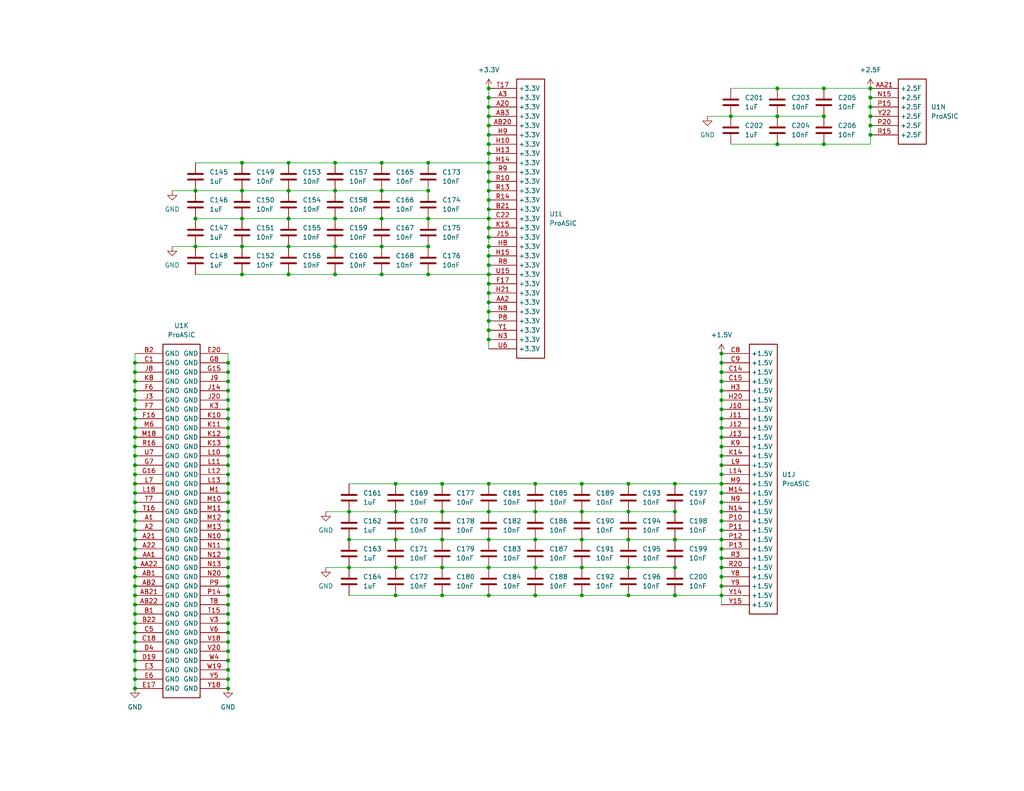
<source format=kicad_sch>
(kicad_sch (version 20231120) (generator "eeschema") (generator_version "8.0")
  (paper "USLetter")
  (title_block (title "QuERI MPU") (date "2024-05-26") (rev "Draft") (company "Noqsi Aerospace Ltd") (comment 1 "15 Blanchard Avenue, Billerica MA 01821") (comment 2 "jpd@noqsi.com"))
  (junction (at 62.23 177.8))
  (junction (at 36.83 187.96))
  (junction (at 171.45 139.7))
  (junction (at 62.23 104.14))
  (junction (at 62.23 147.32))
  (junction (at 62.23 149.86))
  (junction (at 62.23 175.26))
  (junction (at 62.23 167.64))
  (junction (at 62.23 152.4))
  (junction (at 62.23 119.38))
  (junction (at 196.85 129.54))
  (junction (at 66.04 44.45))
  (junction (at 158.75 139.7))
  (junction (at 36.83 152.4))
  (junction (at 196.85 124.46))
  (junction (at 133.35 31.75))
  (junction (at 107.95 162.56))
  (junction (at 120.65 147.32))
  (junction (at 53.34 52.07))
  (junction (at 133.35 54.61))
  (junction (at 36.83 162.56))
  (junction (at 196.85 139.7))
  (junction (at 171.45 132.08))
  (junction (at 133.35 67.31))
  (junction (at 66.04 67.31))
  (junction (at 146.05 162.56))
  (junction (at 224.79 31.75))
  (junction (at 104.14 52.07))
  (junction (at 36.83 114.3))
  (junction (at 237.49 29.21))
  (junction (at 36.83 182.88))
  (junction (at 62.23 129.54))
  (junction (at 53.34 67.31))
  (junction (at 133.35 34.29))
  (junction (at 116.84 67.31))
  (junction (at 36.83 160.02))
  (junction (at 36.83 109.22))
  (junction (at 36.83 172.72))
  (junction (at 196.85 99.06))
  (junction (at 133.35 36.83))
  (junction (at 133.35 85.09))
  (junction (at 36.83 127))
  (junction (at 237.49 36.83))
  (junction (at 66.04 52.07))
  (junction (at 36.83 147.32))
  (junction (at 184.15 147.32))
  (junction (at 95.25 147.32))
  (junction (at 62.23 132.08))
  (junction (at 116.84 59.69))
  (junction (at 196.85 147.32))
  (junction (at 237.49 26.67))
  (junction (at 62.23 182.88))
  (junction (at 91.44 52.07))
  (junction (at 104.14 74.93))
  (junction (at 196.85 119.38))
  (junction (at 62.23 99.06))
  (junction (at 133.35 132.08))
  (junction (at 133.35 147.32))
  (junction (at 36.83 170.18))
  (junction (at 133.35 62.23))
  (junction (at 184.15 162.56))
  (junction (at 133.35 29.21))
  (junction (at 184.15 154.94))
  (junction (at 133.35 52.07))
  (junction (at 36.83 132.08))
  (junction (at 107.95 132.08))
  (junction (at 133.35 72.39))
  (junction (at 36.83 129.54))
  (junction (at 62.23 134.62))
  (junction (at 36.83 121.92))
  (junction (at 78.74 74.93))
  (junction (at 116.84 74.93))
  (junction (at 62.23 101.6))
  (junction (at 91.44 59.69))
  (junction (at 196.85 149.86))
  (junction (at 36.83 157.48))
  (junction (at 62.23 180.34))
  (junction (at 133.35 59.69))
  (junction (at 62.23 137.16))
  (junction (at 196.85 114.3))
  (junction (at 133.35 57.15))
  (junction (at 133.35 87.63))
  (junction (at 36.83 185.42))
  (junction (at 224.79 24.13))
  (junction (at 62.23 106.68))
  (junction (at 62.23 172.72))
  (junction (at 133.35 139.7))
  (junction (at 36.83 142.24))
  (junction (at 104.14 44.45))
  (junction (at 36.83 111.76))
  (junction (at 196.85 137.16))
  (junction (at 120.65 132.08))
  (junction (at 78.74 67.31))
  (junction (at 196.85 127))
  (junction (at 95.25 154.94))
  (junction (at 237.49 31.75))
  (junction (at 36.83 180.34))
  (junction (at 133.35 41.91))
  (junction (at 62.23 142.24))
  (junction (at 133.35 80.01))
  (junction (at 62.23 157.48))
  (junction (at 91.44 44.45))
  (junction (at 158.75 154.94))
  (junction (at 133.35 82.55))
  (junction (at 133.35 162.56))
  (junction (at 62.23 127))
  (junction (at 104.14 67.31))
  (junction (at 62.23 154.94))
  (junction (at 36.83 175.26))
  (junction (at 196.85 154.94))
  (junction (at 36.83 149.86))
  (junction (at 62.23 116.84))
  (junction (at 196.85 101.6))
  (junction (at 36.83 106.68))
  (junction (at 78.74 44.45))
  (junction (at 237.49 34.29))
  (junction (at 171.45 147.32))
  (junction (at 116.84 52.07))
  (junction (at 62.23 124.46))
  (junction (at 62.23 121.92))
  (junction (at 62.23 114.3))
  (junction (at 62.23 144.78))
  (junction (at 146.05 147.32))
  (junction (at 36.83 177.8))
  (junction (at 212.09 39.37))
  (junction (at 36.83 104.14))
  (junction (at 133.35 90.17))
  (junction (at 184.15 132.08))
  (junction (at 36.83 137.16))
  (junction (at 133.35 154.94))
  (junction (at 36.83 124.46))
  (junction (at 196.85 106.68))
  (junction (at 196.85 96.52))
  (junction (at 224.79 39.37))
  (junction (at 133.35 69.85))
  (junction (at 120.65 162.56))
  (junction (at 66.04 74.93))
  (junction (at 196.85 109.22))
  (junction (at 116.84 44.45))
  (junction (at 36.83 167.64))
  (junction (at 104.14 59.69))
  (junction (at 199.39 31.75))
  (junction (at 133.35 24.13))
  (junction (at 91.44 74.93))
  (junction (at 36.83 116.84))
  (junction (at 146.05 154.94))
  (junction (at 146.05 132.08))
  (junction (at 120.65 139.7))
  (junction (at 107.95 154.94))
  (junction (at 36.83 154.94))
  (junction (at 62.23 111.76))
  (junction (at 196.85 111.76))
  (junction (at 62.23 160.02))
  (junction (at 36.83 119.38))
  (junction (at 62.23 139.7))
  (junction (at 237.49 24.13))
  (junction (at 133.35 49.53))
  (junction (at 171.45 154.94))
  (junction (at 196.85 132.08))
  (junction (at 196.85 160.02))
  (junction (at 62.23 162.56))
  (junction (at 62.23 109.22))
  (junction (at 62.23 165.1))
  (junction (at 62.23 170.18))
  (junction (at 196.85 104.14))
  (junction (at 212.09 31.75))
  (junction (at 36.83 101.6))
  (junction (at 196.85 116.84))
  (junction (at 36.83 144.78))
  (junction (at 196.85 144.78))
  (junction (at 212.09 24.13))
  (junction (at 133.35 39.37))
  (junction (at 171.45 162.56))
  (junction (at 196.85 157.48))
  (junction (at 158.75 132.08))
  (junction (at 36.83 134.62))
  (junction (at 62.23 185.42))
  (junction (at 133.35 77.47))
  (junction (at 196.85 134.62))
  (junction (at 196.85 152.4))
  (junction (at 133.35 64.77))
  (junction (at 133.35 92.71))
  (junction (at 91.44 67.31))
  (junction (at 62.23 187.96))
  (junction (at 53.34 59.69))
  (junction (at 196.85 162.56))
  (junction (at 95.25 139.7))
  (junction (at 107.95 147.32))
  (junction (at 133.35 46.99))
  (junction (at 158.75 162.56))
  (junction (at 133.35 26.67))
  (junction (at 184.15 139.7))
  (junction (at 107.95 139.7))
  (junction (at 36.83 165.1))
  (junction (at 158.75 147.32))
  (junction (at 78.74 59.69))
  (junction (at 66.04 59.69))
  (junction (at 36.83 139.7))
  (junction (at 36.83 99.06))
  (junction (at 78.74 52.07))
  (junction (at 133.35 44.45))
  (junction (at 120.65 154.94))
  (junction (at 196.85 142.24))
  (junction (at 196.85 121.92))
  (junction (at 133.35 74.93))
  (junction (at 146.05 139.7))
  (wire (pts (xy 88.9 154.94) (xy 95.25 154.94)))
  (wire (pts (xy 199.39 39.37) (xy 212.09 39.37)))
  (wire (pts (xy 62.23 154.94) (xy 62.23 157.48)))
  (wire (pts (xy 196.85 134.62) (xy 196.85 137.16)))
  (wire (pts (xy 62.23 137.16) (xy 62.23 139.7)))
  (wire (pts (xy 78.74 67.31) (xy 91.44 67.31)))
  (wire (pts (xy 196.85 149.86) (xy 196.85 152.4)))
  (wire (pts (xy 184.15 162.56) (xy 196.85 162.56)))
  (wire (pts (xy 36.83 129.54) (xy 36.83 132.08)))
  (wire (pts (xy 88.9 139.7) (xy 95.25 139.7)))
  (wire (pts (xy 36.83 119.38) (xy 36.83 121.92)))
  (wire (pts (xy 133.35 139.7) (xy 146.05 139.7)))
  (wire (pts (xy 196.85 99.06) (xy 196.85 101.6)))
  (wire (pts (xy 104.14 44.45) (xy 116.84 44.45)))
  (wire (pts (xy 133.35 54.61) (xy 133.35 57.15)))
  (wire (pts (xy 36.83 109.22) (xy 36.83 111.76)))
  (wire (pts (xy 193.04 31.75) (xy 199.39 31.75)))
  (wire (pts (xy 133.35 24.13) (xy 133.35 26.67)))
  (wire (pts (xy 171.45 139.7) (xy 184.15 139.7)))
  (wire (pts (xy 36.83 121.92) (xy 36.83 124.46)))
  (wire (pts (xy 133.35 132.08) (xy 146.05 132.08)))
  (wire (pts (xy 196.85 129.54) (xy 196.85 132.08)))
  (wire (pts (xy 196.85 96.52) (xy 196.85 99.06)))
  (wire (pts (xy 158.75 147.32) (xy 171.45 147.32)))
  (wire (pts (xy 133.35 87.63) (xy 133.35 90.17)))
  (wire (pts (xy 133.35 26.67) (xy 133.35 29.21)))
  (wire (pts (xy 78.74 59.69) (xy 91.44 59.69)))
  (wire (pts (xy 133.35 46.99) (xy 133.35 49.53)))
  (wire (pts (xy 133.35 29.21) (xy 133.35 31.75)))
  (wire (pts (xy 116.84 59.69) (xy 133.35 59.69)))
  (wire (pts (xy 146.05 162.56) (xy 158.75 162.56)))
  (wire (pts (xy 133.35 72.39) (xy 133.35 74.93)))
  (wire (pts (xy 196.85 111.76) (xy 196.85 114.3)))
  (wire (pts (xy 53.34 74.93) (xy 66.04 74.93)))
  (wire (pts (xy 133.35 69.85) (xy 133.35 72.39)))
  (wire (pts (xy 158.75 162.56) (xy 171.45 162.56)))
  (wire (pts (xy 171.45 132.08) (xy 184.15 132.08)))
  (wire (pts (xy 196.85 104.14) (xy 196.85 106.68)))
  (wire (pts (xy 36.83 114.3) (xy 36.83 116.84)))
  (wire (pts (xy 62.23 121.92) (xy 62.23 124.46)))
  (wire (pts (xy 36.83 185.42) (xy 36.83 187.96)))
  (wire (pts (xy 196.85 101.6) (xy 196.85 104.14)))
  (wire (pts (xy 36.83 147.32) (xy 36.83 149.86)))
  (wire (pts (xy 78.74 44.45) (xy 91.44 44.45)))
  (wire (pts (xy 36.83 172.72) (xy 36.83 175.26)))
  (wire (pts (xy 196.85 137.16) (xy 196.85 139.7)))
  (wire (pts (xy 46.99 52.07) (xy 53.34 52.07)))
  (wire (pts (xy 107.95 154.94) (xy 120.65 154.94)))
  (wire (pts (xy 62.23 111.76) (xy 62.23 114.3)))
  (wire (pts (xy 107.95 139.7) (xy 120.65 139.7)))
  (wire (pts (xy 36.83 137.16) (xy 36.83 139.7)))
  (wire (pts (xy 196.85 109.22) (xy 196.85 111.76)))
  (wire (pts (xy 158.75 139.7) (xy 171.45 139.7)))
  (wire (pts (xy 133.35 62.23) (xy 133.35 64.77)))
  (wire (pts (xy 196.85 132.08) (xy 196.85 134.62)))
  (wire (pts (xy 62.23 129.54) (xy 62.23 132.08)))
  (wire (pts (xy 133.35 82.55) (xy 133.35 85.09)))
  (wire (pts (xy 36.83 106.68) (xy 36.83 109.22)))
  (wire (pts (xy 171.45 147.32) (xy 184.15 147.32)))
  (wire (pts (xy 104.14 52.07) (xy 116.84 52.07)))
  (wire (pts (xy 36.83 162.56) (xy 36.83 165.1)))
  (wire (pts (xy 196.85 154.94) (xy 196.85 157.48)))
  (wire (pts (xy 133.35 74.93) (xy 133.35 77.47)))
  (wire (pts (xy 66.04 67.31) (xy 78.74 67.31)))
  (wire (pts (xy 133.35 77.47) (xy 133.35 80.01)))
  (wire (pts (xy 196.85 114.3) (xy 196.85 116.84)))
  (wire (pts (xy 212.09 31.75) (xy 224.79 31.75)))
  (wire (pts (xy 95.25 147.32) (xy 107.95 147.32)))
  (wire (pts (xy 116.84 74.93) (xy 133.35 74.93)))
  (wire (pts (xy 36.83 149.86) (xy 36.83 152.4)))
  (wire (pts (xy 36.83 134.62) (xy 36.83 137.16)))
  (wire (pts (xy 196.85 106.68) (xy 196.85 109.22)))
  (wire (pts (xy 62.23 99.06) (xy 62.23 101.6)))
  (wire (pts (xy 36.83 157.48) (xy 36.83 160.02)))
  (wire (pts (xy 133.35 31.75) (xy 133.35 34.29)))
  (wire (pts (xy 62.23 124.46) (xy 62.23 127)))
  (wire (pts (xy 133.35 36.83) (xy 133.35 39.37)))
  (wire (pts (xy 196.85 142.24) (xy 196.85 144.78)))
  (wire (pts (xy 36.83 142.24) (xy 36.83 144.78)))
  (wire (pts (xy 146.05 132.08) (xy 158.75 132.08)))
  (wire (pts (xy 36.83 101.6) (xy 36.83 104.14)))
  (wire (pts (xy 78.74 74.93) (xy 91.44 74.93)))
  (wire (pts (xy 66.04 59.69) (xy 78.74 59.69)))
  (wire (pts (xy 36.83 132.08) (xy 36.83 134.62)))
  (wire (pts (xy 237.49 39.37) (xy 224.79 39.37)))
  (wire (pts (xy 62.23 185.42) (xy 62.23 187.96)))
  (wire (pts (xy 237.49 29.21) (xy 237.49 31.75)))
  (wire (pts (xy 62.23 162.56) (xy 62.23 165.1)))
  (wire (pts (xy 62.23 127) (xy 62.23 129.54)))
  (wire (pts (xy 36.83 160.02) (xy 36.83 162.56)))
  (wire (pts (xy 53.34 67.31) (xy 66.04 67.31)))
  (wire (pts (xy 91.44 67.31) (xy 104.14 67.31)))
  (wire (pts (xy 62.23 114.3) (xy 62.23 116.84)))
  (wire (pts (xy 237.49 31.75) (xy 237.49 34.29)))
  (wire (pts (xy 95.25 132.08) (xy 107.95 132.08)))
  (wire (pts (xy 196.85 152.4) (xy 196.85 154.94)))
  (wire (pts (xy 120.65 162.56) (xy 133.35 162.56)))
  (wire (pts (xy 133.35 44.45) (xy 133.35 46.99)))
  (wire (pts (xy 62.23 147.32) (xy 62.23 149.86)))
  (wire (pts (xy 66.04 74.93) (xy 78.74 74.93)))
  (wire (pts (xy 66.04 52.07) (xy 78.74 52.07)))
  (wire (pts (xy 199.39 24.13) (xy 212.09 24.13)))
  (wire (pts (xy 91.44 52.07) (xy 104.14 52.07)))
  (wire (pts (xy 62.23 182.88) (xy 62.23 185.42)))
  (wire (pts (xy 62.23 167.64) (xy 62.23 170.18)))
  (wire (pts (xy 62.23 109.22) (xy 62.23 111.76)))
  (wire (pts (xy 237.49 26.67) (xy 237.49 29.21)))
  (wire (pts (xy 196.85 139.7) (xy 196.85 142.24)))
  (wire (pts (xy 66.04 44.45) (xy 78.74 44.45)))
  (wire (pts (xy 36.83 182.88) (xy 36.83 185.42)))
  (wire (pts (xy 133.35 154.94) (xy 146.05 154.94)))
  (wire (pts (xy 36.83 104.14) (xy 36.83 106.68)))
  (wire (pts (xy 120.65 154.94) (xy 133.35 154.94)))
  (wire (pts (xy 36.83 167.64) (xy 36.83 170.18)))
  (wire (pts (xy 146.05 147.32) (xy 158.75 147.32)))
  (wire (pts (xy 91.44 44.45) (xy 104.14 44.45)))
  (wire (pts (xy 224.79 24.13) (xy 237.49 24.13)))
  (wire (pts (xy 62.23 170.18) (xy 62.23 172.72)))
  (wire (pts (xy 104.14 67.31) (xy 116.84 67.31)))
  (wire (pts (xy 237.49 24.13) (xy 237.49 26.67)))
  (wire (pts (xy 53.34 44.45) (xy 66.04 44.45)))
  (wire (pts (xy 62.23 104.14) (xy 62.23 106.68)))
  (wire (pts (xy 133.35 92.71) (xy 133.35 95.25)))
  (wire (pts (xy 237.49 36.83) (xy 237.49 39.37)))
  (wire (pts (xy 196.85 119.38) (xy 196.85 121.92)))
  (wire (pts (xy 133.35 57.15) (xy 133.35 59.69)))
  (wire (pts (xy 107.95 147.32) (xy 120.65 147.32)))
  (wire (pts (xy 36.83 144.78) (xy 36.83 147.32)))
  (wire (pts (xy 53.34 59.69) (xy 66.04 59.69)))
  (wire (pts (xy 36.83 127) (xy 36.83 129.54)))
  (wire (pts (xy 62.23 165.1) (xy 62.23 167.64)))
  (wire (pts (xy 133.35 147.32) (xy 146.05 147.32)))
  (wire (pts (xy 196.85 157.48) (xy 196.85 160.02)))
  (wire (pts (xy 78.74 52.07) (xy 91.44 52.07)))
  (wire (pts (xy 146.05 154.94) (xy 158.75 154.94)))
  (wire (pts (xy 36.83 152.4) (xy 36.83 154.94)))
  (wire (pts (xy 36.83 116.84) (xy 36.83 119.38)))
  (wire (pts (xy 62.23 144.78) (xy 62.23 147.32)))
  (wire (pts (xy 133.35 49.53) (xy 133.35 52.07)))
  (wire (pts (xy 36.83 180.34) (xy 36.83 182.88)))
  (wire (pts (xy 196.85 160.02) (xy 196.85 162.56)))
  (wire (pts (xy 91.44 59.69) (xy 104.14 59.69)))
  (wire (pts (xy 62.23 142.24) (xy 62.23 144.78)))
  (wire (pts (xy 116.84 44.45) (xy 133.35 44.45)))
  (wire (pts (xy 133.35 59.69) (xy 133.35 62.23)))
  (wire (pts (xy 104.14 74.93) (xy 116.84 74.93)))
  (wire (pts (xy 62.23 149.86) (xy 62.23 152.4)))
  (wire (pts (xy 212.09 39.37) (xy 224.79 39.37)))
  (wire (pts (xy 133.35 85.09) (xy 133.35 87.63)))
  (wire (pts (xy 36.83 175.26) (xy 36.83 177.8)))
  (wire (pts (xy 62.23 160.02) (xy 62.23 162.56)))
  (wire (pts (xy 62.23 116.84) (xy 62.23 119.38)))
  (wire (pts (xy 62.23 106.68) (xy 62.23 109.22)))
  (wire (pts (xy 36.83 96.52) (xy 36.83 99.06)))
  (wire (pts (xy 133.35 39.37) (xy 133.35 41.91)))
  (wire (pts (xy 36.83 165.1) (xy 36.83 167.64)))
  (wire (pts (xy 146.05 139.7) (xy 158.75 139.7)))
  (wire (pts (xy 62.23 96.52) (xy 62.23 99.06)))
  (wire (pts (xy 133.35 34.29) (xy 133.35 36.83)))
  (wire (pts (xy 62.23 177.8) (xy 62.23 180.34)))
  (wire (pts (xy 184.15 147.32) (xy 196.85 147.32)))
  (wire (pts (xy 95.25 139.7) (xy 107.95 139.7)))
  (wire (pts (xy 120.65 139.7) (xy 133.35 139.7)))
  (wire (pts (xy 36.83 170.18) (xy 36.83 172.72)))
  (wire (pts (xy 133.35 80.01) (xy 133.35 82.55)))
  (wire (pts (xy 196.85 121.92) (xy 196.85 124.46)))
  (wire (pts (xy 196.85 116.84) (xy 196.85 119.38)))
  (wire (pts (xy 199.39 31.75) (xy 212.09 31.75)))
  (wire (pts (xy 62.23 119.38) (xy 62.23 121.92)))
  (wire (pts (xy 184.15 132.08) (xy 196.85 132.08)))
  (wire (pts (xy 133.35 64.77) (xy 133.35 67.31)))
  (wire (pts (xy 133.35 90.17) (xy 133.35 92.71)))
  (wire (pts (xy 62.23 157.48) (xy 62.23 160.02)))
  (wire (pts (xy 62.23 134.62) (xy 62.23 137.16)))
  (wire (pts (xy 95.25 162.56) (xy 107.95 162.56)))
  (wire (pts (xy 36.83 139.7) (xy 36.83 142.24)))
  (wire (pts (xy 171.45 162.56) (xy 184.15 162.56)))
  (wire (pts (xy 62.23 180.34) (xy 62.23 182.88)))
  (wire (pts (xy 62.23 175.26) (xy 62.23 177.8)))
  (wire (pts (xy 46.99 67.31) (xy 53.34 67.31)))
  (wire (pts (xy 95.25 154.94) (xy 107.95 154.94)))
  (wire (pts (xy 196.85 144.78) (xy 196.85 147.32)))
  (wire (pts (xy 196.85 147.32) (xy 196.85 149.86)))
  (wire (pts (xy 196.85 162.56) (xy 196.85 165.1)))
  (wire (pts (xy 62.23 172.72) (xy 62.23 175.26)))
  (wire (pts (xy 120.65 147.32) (xy 133.35 147.32)))
  (wire (pts (xy 158.75 154.94) (xy 171.45 154.94)))
  (wire (pts (xy 133.35 52.07) (xy 133.35 54.61)))
  (wire (pts (xy 53.34 52.07) (xy 66.04 52.07)))
  (wire (pts (xy 196.85 124.46) (xy 196.85 127)))
  (wire (pts (xy 133.35 162.56) (xy 146.05 162.56)))
  (wire (pts (xy 62.23 139.7) (xy 62.23 142.24)))
  (wire (pts (xy 212.09 24.13) (xy 224.79 24.13)))
  (wire (pts (xy 62.23 101.6) (xy 62.23 104.14)))
  (wire (pts (xy 196.85 127) (xy 196.85 129.54)))
  (wire (pts (xy 104.14 59.69) (xy 116.84 59.69)))
  (wire (pts (xy 36.83 99.06) (xy 36.83 101.6)))
  (wire (pts (xy 36.83 177.8) (xy 36.83 180.34)))
  (wire (pts (xy 133.35 67.31) (xy 133.35 69.85)))
  (wire (pts (xy 107.95 162.56) (xy 120.65 162.56)))
  (wire (pts (xy 36.83 111.76) (xy 36.83 114.3)))
  (wire (pts (xy 62.23 132.08) (xy 62.23 134.62)))
  (wire (pts (xy 107.95 132.08) (xy 120.65 132.08)))
  (wire (pts (xy 237.49 34.29) (xy 237.49 36.83)))
  (wire (pts (xy 36.83 154.94) (xy 36.83 157.48)))
  (wire (pts (xy 91.44 74.93) (xy 104.14 74.93)))
  (wire (pts (xy 62.23 152.4) (xy 62.23 154.94)))
  (wire (pts (xy 158.75 132.08) (xy 171.45 132.08)))
  (wire (pts (xy 120.65 132.08) (xy 133.35 132.08)))
  (wire (pts (xy 171.45 154.94) (xy 184.15 154.94)))
  (wire (pts (xy 133.35 41.91) (xy 133.35 44.45)))
  (wire (pts (xy 36.83 124.46) (xy 36.83 127)))
  (symbol (lib_id "QuERI_symbols:Csmall") (at 66.04 48.26 0) (unit 1)
    (property "Reference" "C149" (at 69.85 46.9899 0) (effects (justify left)))
    (property "Value" "10nF" (at 69.85 49.5299 0) (effects (justify left)))
    (property "Footprint" "Capacitor_SMD:C_0603_1608Metric" (effects (hide yes)))
    (property "Description" "Unpolarized capacitor" (effects (hide yes)))
    (property "Spec" "50WVDC C0G" (effects (hide yes)))
  )
  (symbol (lib_id "QuERI_symbols:C") (at 95.25 135.89 0) (unit 1)
    (property "Reference" "C161" (at 99.06 134.6199 0) (effects (justify left)))
    (property "Value" "1uF" (at 99.06 137.1599 0) (effects (justify left)))
    (property "Footprint" "Capacitor_SMD:C_0805_2012Metric" (effects (hide yes)))
    (property "Description" "Unpolarized capacitor" (effects (hide yes)))
    (property "Spec" "16WVDC X7R" (effects (hide yes)))
  )
  (symbol (lib_id "QuERI_symbols:Csmall") (at 146.05 151.13 0) (unit 1)
    (property "Reference" "C187" (at 149.86 149.8599 0) (effects (justify left)))
    (property "Value" "10nF" (at 149.86 152.3999 0) (effects (justify left)))
    (property "Footprint" "Capacitor_SMD:C_0603_1608Metric" (effects (hide yes)))
    (property "Description" "Unpolarized capacitor" (effects (hide yes)))
    (property "Spec" "50WVDC C0G" (effects (hide yes)))
  )
  (symbol (lib_id "QuERI_symbols:Csmall") (at 78.74 63.5 0) (unit 1)
    (property "Reference" "C155" (at 82.55 62.2299 0) (effects (justify left)))
    (property "Value" "10nF" (at 82.55 64.7699 0) (effects (justify left)))
    (property "Footprint" "Capacitor_SMD:C_0603_1608Metric" (effects (hide yes)))
    (property "Description" "Unpolarized capacitor" (effects (hide yes)))
    (property "Spec" "50WVDC C0G" (effects (hide yes)))
  )
  (symbol (lib_id "QuERI_symbols:Csmall") (at 146.05 143.51 0) (unit 1)
    (property "Reference" "C186" (at 149.86 142.2399 0) (effects (justify left)))
    (property "Value" "10nF" (at 149.86 144.7799 0) (effects (justify left)))
    (property "Footprint" "Capacitor_SMD:C_0603_1608Metric" (effects (hide yes)))
    (property "Description" "Unpolarized capacitor" (effects (hide yes)))
    (property "Spec" "50WVDC C0G" (effects (hide yes)))
  )
  (symbol (lib_id "QuERI_symbols:Csmall") (at 91.44 71.12 0) (unit 1)
    (property "Reference" "C160" (at 95.25 69.8499 0) (effects (justify left)))
    (property "Value" "10nF" (at 95.25 72.3899 0) (effects (justify left)))
    (property "Footprint" "Capacitor_SMD:C_0603_1608Metric" (effects (hide yes)))
    (property "Description" "Unpolarized capacitor" (effects (hide yes)))
    (property "Spec" "50WVDC C0G" (effects (hide yes)))
  )
  (symbol (lib_id "QuERI_symbols:Csmall") (at 158.75 158.75 0) (unit 1)
    (property "Reference" "C192" (at 162.56 157.4799 0) (effects (justify left)))
    (property "Value" "10nF" (at 162.56 160.0199 0) (effects (justify left)))
    (property "Footprint" "Capacitor_SMD:C_0603_1608Metric" (effects (hide yes)))
    (property "Description" "Unpolarized capacitor" (effects (hide yes)))
    (property "Spec" "50WVDC C0G" (effects (hide yes)))
  )
  (symbol (lib_id "QuERI_symbols:Csmall") (at 91.44 55.88 0) (unit 1)
    (property "Reference" "C158" (at 95.25 54.6099 0) (effects (justify left)))
    (property "Value" "10nF" (at 95.25 57.1499 0) (effects (justify left)))
    (property "Footprint" "Capacitor_SMD:C_0603_1608Metric" (effects (hide yes)))
    (property "Description" "Unpolarized capacitor" (effects (hide yes)))
    (property "Spec" "50WVDC C0G" (effects (hide yes)))
  )
  (symbol (lib_id "QuERI_symbols:Csmall") (at 116.84 48.26 0) (unit 1)
    (property "Reference" "C173" (at 120.65 46.9899 0) (effects (justify left)))
    (property "Value" "10nF" (at 120.65 49.5299 0) (effects (justify left)))
    (property "Footprint" "Capacitor_SMD:C_0603_1608Metric" (effects (hide yes)))
    (property "Description" "Unpolarized capacitor" (effects (hide yes)))
    (property "Spec" "50WVDC C0G" (effects (hide yes)))
  )
  (symbol (lib_id "QuERI_symbols:Csmall") (at 133.35 143.51 0) (unit 1)
    (property "Reference" "C182" (at 137.16 142.2399 0) (effects (justify left)))
    (property "Value" "10nF" (at 137.16 144.7799 0) (effects (justify left)))
    (property "Footprint" "Capacitor_SMD:C_0603_1608Metric" (effects (hide yes)))
    (property "Description" "Unpolarized capacitor" (effects (hide yes)))
    (property "Spec" "50WVDC C0G" (effects (hide yes)))
  )
  (symbol (lib_id "QuERI_symbols:Csmall") (at 91.44 63.5 0) (unit 1)
    (property "Reference" "C159" (at 95.25 62.2299 0) (effects (justify left)))
    (property "Value" "10nF" (at 95.25 64.7699 0) (effects (justify left)))
    (property "Footprint" "Capacitor_SMD:C_0603_1608Metric" (effects (hide yes)))
    (property "Description" "Unpolarized capacitor" (effects (hide yes)))
    (property "Spec" "50WVDC C0G" (effects (hide yes)))
  )
  (symbol (lib_id "QuERI_symbols:Csmall") (at 184.15 151.13 0) (unit 1)
    (property "Reference" "C199" (at 187.96 149.8599 0) (effects (justify left)))
    (property "Value" "10nF" (at 187.96 152.3999 0) (effects (justify left)))
    (property "Footprint" "Capacitor_SMD:C_0603_1608Metric" (effects (hide yes)))
    (property "Description" "Unpolarized capacitor" (effects (hide yes)))
    (property "Spec" "50WVDC C0G" (effects (hide yes)))
  )
  (symbol (lib_id "QuERI_symbols:Csmall") (at 66.04 55.88 0) (unit 1)
    (property "Reference" "C150" (at 69.85 54.6099 0) (effects (justify left)))
    (property "Value" "10nF" (at 69.85 57.1499 0) (effects (justify left)))
    (property "Footprint" "Capacitor_SMD:C_0603_1608Metric" (effects (hide yes)))
    (property "Description" "Unpolarized capacitor" (effects (hide yes)))
    (property "Spec" "50WVDC C0G" (effects (hide yes)))
  )
  (symbol (lib_id "power:GND") (at 62.23 187.96 0) (unit 1)
    (property "Reference" "#PWR0291" (effects (hide yes)))
    (property "Value" "GND" (at 62.23 193.04 0))
    (property "Description" "Power symbol creates a global label with name \"GND\" , ground" (effects (hide yes)))
  )
  (symbol (lib_id "QuERI_symbols:Csmall") (at 171.45 143.51 0) (unit 1)
    (property "Reference" "C194" (at 175.26 142.2399 0) (effects (justify left)))
    (property "Value" "10nF" (at 175.26 144.7799 0) (effects (justify left)))
    (property "Footprint" "Capacitor_SMD:C_0603_1608Metric" (effects (hide yes)))
    (property "Description" "Unpolarized capacitor" (effects (hide yes)))
    (property "Spec" "50WVDC C0G" (effects (hide yes)))
  )
  (symbol (lib_id "QuERI_symbols:Csmall") (at 116.84 63.5 0) (unit 1)
    (property "Reference" "C175" (at 120.65 62.2299 0) (effects (justify left)))
    (property "Value" "10nF" (at 120.65 64.7699 0) (effects (justify left)))
    (property "Footprint" "Capacitor_SMD:C_0603_1608Metric" (effects (hide yes)))
    (property "Description" "Unpolarized capacitor" (effects (hide yes)))
    (property "Spec" "50WVDC C0G" (effects (hide yes)))
  )
  (symbol (lib_id "QuERI_symbols:Csmall") (at 107.95 143.51 0) (unit 1)
    (property "Reference" "C170" (at 111.76 142.2399 0) (effects (justify left)))
    (property "Value" "10nF" (at 111.76 144.7799 0) (effects (justify left)))
    (property "Footprint" "Capacitor_SMD:C_0603_1608Metric" (effects (hide yes)))
    (property "Description" "Unpolarized capacitor" (effects (hide yes)))
    (property "Spec" "50WVDC C0G" (effects (hide yes)))
  )
  (symbol (lib_id "QuERI_symbols:Csmall") (at 66.04 63.5 0) (unit 1)
    (property "Reference" "C151" (at 69.85 62.2299 0) (effects (justify left)))
    (property "Value" "10nF" (at 69.85 64.7699 0) (effects (justify left)))
    (property "Footprint" "Capacitor_SMD:C_0603_1608Metric" (effects (hide yes)))
    (property "Description" "Unpolarized capacitor" (effects (hide yes)))
    (property "Spec" "50WVDC C0G" (effects (hide yes)))
  )
  (symbol (lib_id "QuERI_symbols:C") (at 95.25 143.51 0) (unit 1)
    (property "Reference" "C162" (at 99.06 142.2399 0) (effects (justify left)))
    (property "Value" "1uF" (at 99.06 144.7799 0) (effects (justify left)))
    (property "Footprint" "Capacitor_SMD:C_0805_2012Metric" (effects (hide yes)))
    (property "Description" "Unpolarized capacitor" (effects (hide yes)))
    (property "Spec" "16WVDC X7R" (effects (hide yes)))
  )
  (symbol (lib_id "power:+3.3V") (at 133.35 24.13 0) (unit 1)
    (property "Reference" "#PWR0294" (effects (hide yes)))
    (property "Value" "+3.3V" (at 133.35 19.05 0))
    (property "Description" "Power symbol creates a global label with name \"+3.3V\"" (effects (hide yes)))
  )
  (symbol (lib_id "QuERI_symbols:Csmall") (at 104.14 71.12 0) (unit 1)
    (property "Reference" "C168" (at 107.95 69.8499 0) (effects (justify left)))
    (property "Value" "10nF" (at 107.95 72.3899 0) (effects (justify left)))
    (property "Footprint" "Capacitor_SMD:C_0603_1608Metric" (effects (hide yes)))
    (property "Description" "Unpolarized capacitor" (effects (hide yes)))
    (property "Spec" "50WVDC C0G" (effects (hide yes)))
  )
  (symbol (lib_id "QuERI_symbols:C") (at 53.34 48.26 0) (unit 1)
    (property "Reference" "C145" (at 57.15 46.9899 0) (effects (justify left)))
    (property "Value" "1uF" (at 57.15 49.5299 0) (effects (justify left)))
    (property "Footprint" "Capacitor_SMD:C_0805_2012Metric" (effects (hide yes)))
    (property "Description" "Unpolarized capacitor" (effects (hide yes)))
    (property "Spec" "16WVDC X7R" (effects (hide yes)))
  )
  (symbol (lib_id "power:GND") (at 88.9 154.94 0) (unit 1)
    (property "Reference" "#PWR0293" (effects (hide yes)))
    (property "Value" "GND" (at 88.9 160.02 0))
    (property "Description" "Power symbol creates a global label with name \"GND\" , ground" (effects (hide yes)))
  )
  (symbol (lib_id "QuERI_symbols:Csmall") (at 78.74 55.88 0) (unit 1)
    (property "Reference" "C154" (at 82.55 54.6099 0) (effects (justify left)))
    (property "Value" "10nF" (at 82.55 57.1499 0) (effects (justify left)))
    (property "Footprint" "Capacitor_SMD:C_0603_1608Metric" (effects (hide yes)))
    (property "Description" "Unpolarized capacitor" (effects (hide yes)))
    (property "Spec" "50WVDC C0G" (effects (hide yes)))
  )
  (symbol (lib_id "QuERI_symbols:Csmall") (at 212.09 27.94 0) (unit 1)
    (property "Reference" "C203" (at 215.9 26.6699 0) (effects (justify left)))
    (property "Value" "10nF" (at 215.9 29.2099 0) (effects (justify left)))
    (property "Footprint" "Capacitor_SMD:C_0603_1608Metric" (effects (hide yes)))
    (property "Description" "Unpolarized capacitor" (effects (hide yes)))
    (property "Spec" "50WVDC C0G" (effects (hide yes)))
  )
  (symbol (lib_id "QuERI_symbols:Csmall") (at 184.15 143.51 0) (unit 1)
    (property "Reference" "C198" (at 187.96 142.2399 0) (effects (justify left)))
    (property "Value" "10nF" (at 187.96 144.7799 0) (effects (justify left)))
    (property "Footprint" "Capacitor_SMD:C_0603_1608Metric" (effects (hide yes)))
    (property "Description" "Unpolarized capacitor" (effects (hide yes)))
    (property "Spec" "50WVDC C0G" (effects (hide yes)))
  )
  (symbol (lib_id "QuERI_FPGA:ProASIC") (at 237.49 24.13 0) (unit 14)
    (property "Reference" "U1" (at 254 29.2099 0) (effects (justify left)))
    (property "Value" "ProASIC" (at 254 31.7499 0) (effects (justify left)))
    (property "Footprint" "Package_BGA:BGA-484_23.0x23.0mm_Layout22x22_P1.0mm" (effects (hide yes)))
    (property "Datasheet" "	https://www.microsemi.com/document-portal/doc_download/130701-ds0098-proasic3e-flash-family-fpgas-datasheet" (effects (hide yes)))
    (property "Description" "	A3PE3000-FGG484" (effects (hide yes)))
    (property "desc" "	FPGA" (effects (hide yes)))
  )
  (symbol (lib_id "QuERI_symbols:Csmall") (at 116.84 71.12 0) (unit 1)
    (property "Reference" "C176" (at 120.65 69.8499 0) (effects (justify left)))
    (property "Value" "10nF" (at 120.65 72.3899 0) (effects (justify left)))
    (property "Footprint" "Capacitor_SMD:C_0603_1608Metric" (effects (hide yes)))
    (property "Description" "Unpolarized capacitor" (effects (hide yes)))
    (property "Spec" "50WVDC C0G" (effects (hide yes)))
  )
  (symbol (lib_id "QuERI_symbols:Csmall") (at 78.74 71.12 0) (unit 1)
    (property "Reference" "C156" (at 82.55 69.8499 0) (effects (justify left)))
    (property "Value" "10nF" (at 82.55 72.3899 0) (effects (justify left)))
    (property "Footprint" "Capacitor_SMD:C_0603_1608Metric" (effects (hide yes)))
    (property "Description" "Unpolarized capacitor" (effects (hide yes)))
    (property "Spec" "50WVDC C0G" (effects (hide yes)))
  )
  (symbol (lib_id "QuERI_symbols:Csmall") (at 120.65 151.13 0) (unit 1)
    (property "Reference" "C179" (at 124.46 149.8599 0) (effects (justify left)))
    (property "Value" "10nF" (at 124.46 152.3999 0) (effects (justify left)))
    (property "Footprint" "Capacitor_SMD:C_0603_1608Metric" (effects (hide yes)))
    (property "Description" "Unpolarized capacitor" (effects (hide yes)))
    (property "Spec" "50WVDC C0G" (effects (hide yes)))
  )
  (symbol (lib_id "power:GND") (at 36.83 187.96 0) (unit 1)
    (property "Reference" "#PWR0288" (effects (hide yes)))
    (property "Value" "GND" (at 36.83 193.04 0))
    (property "Description" "Power symbol creates a global label with name \"GND\" , ground" (effects (hide yes)))
  )
  (symbol (lib_id "QuERI_symbols:Csmall") (at 224.79 27.94 0) (unit 1)
    (property "Reference" "C205" (at 228.6 26.6699 0) (effects (justify left)))
    (property "Value" "10nF" (at 228.6 29.2099 0) (effects (justify left)))
    (property "Footprint" "Capacitor_SMD:C_0603_1608Metric" (effects (hide yes)))
    (property "Description" "Unpolarized capacitor" (effects (hide yes)))
    (property "Spec" "50WVDC C0G" (effects (hide yes)))
  )
  (symbol (lib_id "QuERI_symbols:Csmall") (at 104.14 55.88 0) (unit 1)
    (property "Reference" "C166" (at 107.95 54.6099 0) (effects (justify left)))
    (property "Value" "10nF" (at 107.95 57.1499 0) (effects (justify left)))
    (property "Footprint" "Capacitor_SMD:C_0603_1608Metric" (effects (hide yes)))
    (property "Description" "Unpolarized capacitor" (effects (hide yes)))
    (property "Spec" "50WVDC C0G" (effects (hide yes)))
  )
  (symbol (lib_id "QuERI_symbols:Csmall") (at 184.15 158.75 0) (unit 1)
    (property "Reference" "C200" (at 187.96 157.4799 0) (effects (justify left)))
    (property "Value" "10nF" (at 187.96 160.0199 0) (effects (justify left)))
    (property "Footprint" "Capacitor_SMD:C_0603_1608Metric" (effects (hide yes)))
    (property "Description" "Unpolarized capacitor" (effects (hide yes)))
    (property "Spec" "50WVDC C0G" (effects (hide yes)))
  )
  (symbol (lib_id "power:GND") (at 88.9 139.7 0) (unit 1)
    (property "Reference" "#PWR0292" (effects (hide yes)))
    (property "Value" "GND" (at 88.9 144.78 0))
    (property "Description" "Power symbol creates a global label with name \"GND\" , ground" (effects (hide yes)))
  )
  (symbol (lib_id "QuERI_symbols:C") (at 53.34 55.88 0) (unit 1)
    (property "Reference" "C146" (at 57.15 54.6099 0) (effects (justify left)))
    (property "Value" "1uF" (at 57.15 57.1499 0) (effects (justify left)))
    (property "Footprint" "Capacitor_SMD:C_0805_2012Metric" (effects (hide yes)))
    (property "Description" "Unpolarized capacitor" (effects (hide yes)))
    (property "Spec" "16WVDC X7R" (effects (hide yes)))
  )
  (symbol (lib_id "QuERI_FPGA:ProASIC") (at 196.85 96.52 0) (unit 10)
    (property "Reference" "U1" (at 213.36 129.5399 0) (effects (justify left)))
    (property "Value" "ProASIC" (at 213.36 132.0799 0) (effects (justify left)))
    (property "Footprint" "Package_BGA:BGA-484_23.0x23.0mm_Layout22x22_P1.0mm" (effects (hide yes)))
    (property "Datasheet" "	https://www.microsemi.com/document-portal/doc_download/130701-ds0098-proasic3e-flash-family-fpgas-datasheet" (effects (hide yes)))
    (property "Description" "	A3PE3000-FGG484" (effects (hide yes)))
    (property "desc" "	FPGA" (effects (hide yes)))
  )
  (symbol (lib_id "QuERI_symbols:Csmall") (at 133.35 135.89 0) (unit 1)
    (property "Reference" "C181" (at 137.16 134.6199 0) (effects (justify left)))
    (property "Value" "10nF" (at 137.16 137.1599 0) (effects (justify left)))
    (property "Footprint" "Capacitor_SMD:C_0603_1608Metric" (effects (hide yes)))
    (property "Description" "Unpolarized capacitor" (effects (hide yes)))
    (property "Spec" "50WVDC C0G" (effects (hide yes)))
  )
  (symbol (lib_id "QuERI_symbols:Csmall") (at 171.45 135.89 0) (unit 1)
    (property "Reference" "C193" (at 175.26 134.6199 0) (effects (justify left)))
    (property "Value" "10nF" (at 175.26 137.1599 0) (effects (justify left)))
    (property "Footprint" "Capacitor_SMD:C_0603_1608Metric" (effects (hide yes)))
    (property "Description" "Unpolarized capacitor" (effects (hide yes)))
    (property "Spec" "50WVDC C0G" (effects (hide yes)))
  )
  (symbol (lib_id "QuERI_symbols:Csmall") (at 116.84 55.88 0) (unit 1)
    (property "Reference" "C174" (at 120.65 54.6099 0) (effects (justify left)))
    (property "Value" "10nF" (at 120.65 57.1499 0) (effects (justify left)))
    (property "Footprint" "Capacitor_SMD:C_0603_1608Metric" (effects (hide yes)))
    (property "Description" "Unpolarized capacitor" (effects (hide yes)))
    (property "Spec" "50WVDC C0G" (effects (hide yes)))
  )
  (symbol (lib_id "QuERI_symbols:C") (at 199.39 27.94 0) (unit 1)
    (property "Reference" "C201" (at 203.2 26.6699 0) (effects (justify left)))
    (property "Value" "1uF" (at 203.2 29.2099 0) (effects (justify left)))
    (property "Footprint" "Capacitor_SMD:C_0805_2012Metric" (effects (hide yes)))
    (property "Description" "Unpolarized capacitor" (effects (hide yes)))
    (property "Spec" "16WVDC X7R" (effects (hide yes)))
  )
  (symbol (lib_id "power:GND") (at 193.04 31.75 0) (unit 1)
    (property "Reference" "#PWR0295" (effects (hide yes)))
    (property "Value" "GND" (at 193.04 36.83 0))
    (property "Description" "Power symbol creates a global label with name \"GND\" , ground" (effects (hide yes)))
  )
  (symbol (lib_id "QuERI_symbols:C") (at 53.34 71.12 0) (unit 1)
    (property "Reference" "C148" (at 57.15 69.8499 0) (effects (justify left)))
    (property "Value" "1uF" (at 57.15 72.3899 0) (effects (justify left)))
    (property "Footprint" "Capacitor_SMD:C_0805_2012Metric" (effects (hide yes)))
    (property "Description" "Unpolarized capacitor" (effects (hide yes)))
    (property "Spec" "16WVDC X7R" (effects (hide yes)))
  )
  (symbol (lib_id "QuERI_symbols:Csmall") (at 107.95 151.13 0) (unit 1)
    (property "Reference" "C171" (at 111.76 149.8599 0) (effects (justify left)))
    (property "Value" "10nF" (at 111.76 152.3999 0) (effects (justify left)))
    (property "Footprint" "Capacitor_SMD:C_0603_1608Metric" (effects (hide yes)))
    (property "Description" "Unpolarized capacitor" (effects (hide yes)))
    (property "Spec" "50WVDC C0G" (effects (hide yes)))
  )
  (symbol (lib_id "QuERI_symbols:Csmall") (at 78.74 48.26 0) (unit 1)
    (property "Reference" "C153" (at 82.55 46.9899 0) (effects (justify left)))
    (property "Value" "10nF" (at 82.55 49.5299 0) (effects (justify left)))
    (property "Footprint" "Capacitor_SMD:C_0603_1608Metric" (effects (hide yes)))
    (property "Description" "Unpolarized capacitor" (effects (hide yes)))
    (property "Spec" "50WVDC C0G" (effects (hide yes)))
  )
  (symbol (lib_id "power:GND") (at 46.99 52.07 0) (unit 1)
    (property "Reference" "#PWR0289" (effects (hide yes)))
    (property "Value" "GND" (at 46.99 57.15 0))
    (property "Description" "Power symbol creates a global label with name \"GND\" , ground" (effects (hide yes)))
  )
  (symbol (lib_id "QuERI_symbols:C") (at 199.39 35.56 0) (unit 1)
    (property "Reference" "C202" (at 203.2 34.2899 0) (effects (justify left)))
    (property "Value" "1uF" (at 203.2 36.8299 0) (effects (justify left)))
    (property "Footprint" "Capacitor_SMD:C_0805_2012Metric" (effects (hide yes)))
    (property "Description" "Unpolarized capacitor" (effects (hide yes)))
    (property "Spec" "16WVDC X7R" (effects (hide yes)))
  )
  (symbol (lib_id "QuERI_symbols:Csmall") (at 158.75 135.89 0) (unit 1)
    (property "Reference" "C189" (at 162.56 134.6199 0) (effects (justify left)))
    (property "Value" "10nF" (at 162.56 137.1599 0) (effects (justify left)))
    (property "Footprint" "Capacitor_SMD:C_0603_1608Metric" (effects (hide yes)))
    (property "Description" "Unpolarized capacitor" (effects (hide yes)))
    (property "Spec" "50WVDC C0G" (effects (hide yes)))
  )
  (symbol (lib_id "QuERI_symbols:Csmall") (at 212.09 35.56 0) (unit 1)
    (property "Reference" "C204" (at 215.9 34.2899 0) (effects (justify left)))
    (property "Value" "10nF" (at 215.9 36.8299 0) (effects (justify left)))
    (property "Footprint" "Capacitor_SMD:C_0603_1608Metric" (effects (hide yes)))
    (property "Description" "Unpolarized capacitor" (effects (hide yes)))
    (property "Spec" "50WVDC C0G" (effects (hide yes)))
  )
  (symbol (lib_id "QuERI_symbols:Csmall") (at 133.35 158.75 0) (unit 1)
    (property "Reference" "C184" (at 137.16 157.4799 0) (effects (justify left)))
    (property "Value" "10nF" (at 137.16 160.0199 0) (effects (justify left)))
    (property "Footprint" "Capacitor_SMD:C_0603_1608Metric" (effects (hide yes)))
    (property "Description" "Unpolarized capacitor" (effects (hide yes)))
    (property "Spec" "50WVDC C0G" (effects (hide yes)))
  )
  (symbol (lib_id "QuERI_symbols:Csmall") (at 120.65 158.75 0) (unit 1)
    (property "Reference" "C180" (at 124.46 157.4799 0) (effects (justify left)))
    (property "Value" "10nF" (at 124.46 160.0199 0) (effects (justify left)))
    (property "Footprint" "Capacitor_SMD:C_0603_1608Metric" (effects (hide yes)))
    (property "Description" "Unpolarized capacitor" (effects (hide yes)))
    (property "Spec" "50WVDC C0G" (effects (hide yes)))
  )
  (symbol (lib_id "QuERI_symbols:Csmall") (at 107.95 158.75 0) (unit 1)
    (property "Reference" "C172" (at 111.76 157.4799 0) (effects (justify left)))
    (property "Value" "10nF" (at 111.76 160.0199 0) (effects (justify left)))
    (property "Footprint" "Capacitor_SMD:C_0603_1608Metric" (effects (hide yes)))
    (property "Description" "Unpolarized capacitor" (effects (hide yes)))
    (property "Spec" "50WVDC C0G" (effects (hide yes)))
  )
  (symbol (lib_id "QuERI_symbols:C") (at 53.34 63.5 0) (unit 1)
    (property "Reference" "C147" (at 57.15 62.2299 0) (effects (justify left)))
    (property "Value" "1uF" (at 57.15 64.7699 0) (effects (justify left)))
    (property "Footprint" "Capacitor_SMD:C_0805_2012Metric" (effects (hide yes)))
    (property "Description" "Unpolarized capacitor" (effects (hide yes)))
    (property "Spec" "16WVDC X7R" (effects (hide yes)))
  )
  (symbol (lib_id "QuERI_FPGA:ProASIC") (at 36.83 96.52 0) (unit 11)
    (property "Reference" "U1" (at 49.53 88.9 0))
    (property "Value" "ProASIC" (at 49.53 91.44 0))
    (property "Footprint" "Package_BGA:BGA-484_23.0x23.0mm_Layout22x22_P1.0mm" (effects (hide yes)))
    (property "Datasheet" "	https://www.microsemi.com/document-portal/doc_download/130701-ds0098-proasic3e-flash-family-fpgas-datasheet" (effects (hide yes)))
    (property "Description" "	A3PE3000-FGG484" (effects (hide yes)))
    (property "desc" "	FPGA" (effects (hide yes)))
  )
  (symbol (lib_id "QuERI_symbols:Csmall") (at 171.45 151.13 0) (unit 1)
    (property "Reference" "C195" (at 175.26 149.8599 0) (effects (justify left)))
    (property "Value" "10nF" (at 175.26 152.3999 0) (effects (justify left)))
    (property "Footprint" "Capacitor_SMD:C_0603_1608Metric" (effects (hide yes)))
    (property "Description" "Unpolarized capacitor" (effects (hide yes)))
    (property "Spec" "50WVDC C0G" (effects (hide yes)))
  )
  (symbol (lib_id "QuERI_symbols:Csmall") (at 146.05 135.89 0) (unit 1)
    (property "Reference" "C185" (at 149.86 134.6199 0) (effects (justify left)))
    (property "Value" "10nF" (at 149.86 137.1599 0) (effects (justify left)))
    (property "Footprint" "Capacitor_SMD:C_0603_1608Metric" (effects (hide yes)))
    (property "Description" "Unpolarized capacitor" (effects (hide yes)))
    (property "Spec" "50WVDC C0G" (effects (hide yes)))
  )
  (symbol (lib_id "QuERI_FPGA:ProASIC") (at 133.35 24.13 0) (unit 12)
    (property "Reference" "U1" (at 149.86 58.4199 0) (effects (justify left)))
    (property "Value" "ProASIC" (at 149.86 60.9599 0) (effects (justify left)))
    (property "Footprint" "Package_BGA:BGA-484_23.0x23.0mm_Layout22x22_P1.0mm" (effects (hide yes)))
    (property "Datasheet" "	https://www.microsemi.com/document-portal/doc_download/130701-ds0098-proasic3e-flash-family-fpgas-datasheet" (effects (hide yes)))
    (property "Description" "	A3PE3000-FGG484" (effects (hide yes)))
    (property "desc" "	FPGA" (effects (hide yes)))
  )
  (symbol (lib_id "QuERI_symbols:Csmall") (at 171.45 158.75 0) (unit 1)
    (property "Reference" "C196" (at 175.26 157.4799 0) (effects (justify left)))
    (property "Value" "10nF" (at 175.26 160.0199 0) (effects (justify left)))
    (property "Footprint" "Capacitor_SMD:C_0603_1608Metric" (effects (hide yes)))
    (property "Description" "Unpolarized capacitor" (effects (hide yes)))
    (property "Spec" "50WVDC C0G" (effects (hide yes)))
  )
  (symbol (lib_id "QuERI_symbols:Csmall") (at 224.79 35.56 0) (unit 1)
    (property "Reference" "C206" (at 228.6 34.2899 0) (effects (justify left)))
    (property "Value" "10nF" (at 228.6 36.8299 0) (effects (justify left)))
    (property "Footprint" "Capacitor_SMD:C_0603_1608Metric" (effects (hide yes)))
    (property "Description" "Unpolarized capacitor" (effects (hide yes)))
    (property "Spec" "50WVDC C0G" (effects (hide yes)))
  )
  (symbol (lib_id "QuERI_symbols:Csmall") (at 133.35 151.13 0) (unit 1)
    (property "Reference" "C183" (at 137.16 149.8599 0) (effects (justify left)))
    (property "Value" "10nF" (at 137.16 152.3999 0) (effects (justify left)))
    (property "Footprint" "Capacitor_SMD:C_0603_1608Metric" (effects (hide yes)))
    (property "Description" "Unpolarized capacitor" (effects (hide yes)))
    (property "Spec" "50WVDC C0G" (effects (hide yes)))
  )
  (symbol (lib_id "QuERI_symbols:Csmall") (at 104.14 48.26 0) (unit 1)
    (property "Reference" "C165" (at 107.95 46.9899 0) (effects (justify left)))
    (property "Value" "10nF" (at 107.95 49.5299 0) (effects (justify left)))
    (property "Footprint" "Capacitor_SMD:C_0603_1608Metric" (effects (hide yes)))
    (property "Description" "Unpolarized capacitor" (effects (hide yes)))
    (property "Spec" "50WVDC C0G" (effects (hide yes)))
  )
  (symbol (lib_id "power:GND") (at 46.99 67.31 0) (unit 1)
    (property "Reference" "#PWR0290" (effects (hide yes)))
    (property "Value" "GND" (at 46.99 72.39 0))
    (property "Description" "Power symbol creates a global label with name \"GND\" , ground" (effects (hide yes)))
  )
  (symbol (lib_id "QuERI_symbols:Csmall") (at 66.04 71.12 0) (unit 1)
    (property "Reference" "C152" (at 69.85 69.8499 0) (effects (justify left)))
    (property "Value" "10nF" (at 69.85 72.3899 0) (effects (justify left)))
    (property "Footprint" "Capacitor_SMD:C_0603_1608Metric" (effects (hide yes)))
    (property "Description" "Unpolarized capacitor" (effects (hide yes)))
    (property "Spec" "50WVDC C0G" (effects (hide yes)))
  )
  (symbol (lib_id "QuERI_symbols:+2.5F") (at 237.49 24.13 0) (unit 1)
    (property "Reference" "#PWR0297" (effects (hide yes)))
    (property "Value" "+2.5F" (at 237.49 19.05 0))
    (property "Description" "Power symbol creates a global label with name \"+2.5F\"" (effects (hide yes)))
  )
  (symbol (lib_id "QuERI_symbols:C") (at 95.25 158.75 0) (unit 1)
    (property "Reference" "C164" (at 99.06 157.4799 0) (effects (justify left)))
    (property "Value" "1uF" (at 99.06 160.0199 0) (effects (justify left)))
    (property "Footprint" "Capacitor_SMD:C_0805_2012Metric" (effects (hide yes)))
    (property "Description" "Unpolarized capacitor" (effects (hide yes)))
    (property "Spec" "16WVDC X7R" (effects (hide yes)))
  )
  (symbol (lib_id "QuERI_symbols:Csmall") (at 91.44 48.26 0) (unit 1)
    (property "Reference" "C157" (at 95.25 46.9899 0) (effects (justify left)))
    (property "Value" "10nF" (at 95.25 49.5299 0) (effects (justify left)))
    (property "Footprint" "Capacitor_SMD:C_0603_1608Metric" (effects (hide yes)))
    (property "Description" "Unpolarized capacitor" (effects (hide yes)))
    (property "Spec" "50WVDC C0G" (effects (hide yes)))
  )
  (symbol (lib_id "QuERI_symbols:Csmall") (at 158.75 143.51 0) (unit 1)
    (property "Reference" "C190" (at 162.56 142.2399 0) (effects (justify left)))
    (property "Value" "10nF" (at 162.56 144.7799 0) (effects (justify left)))
    (property "Footprint" "Capacitor_SMD:C_0603_1608Metric" (effects (hide yes)))
    (property "Description" "Unpolarized capacitor" (effects (hide yes)))
    (property "Spec" "50WVDC C0G" (effects (hide yes)))
  )
  (symbol (lib_id "QuERI_symbols:Csmall") (at 107.95 135.89 0) (unit 1)
    (property "Reference" "C169" (at 111.76 134.6199 0) (effects (justify left)))
    (property "Value" "10nF" (at 111.76 137.1599 0) (effects (justify left)))
    (property "Footprint" "Capacitor_SMD:C_0603_1608Metric" (effects (hide yes)))
    (property "Description" "Unpolarized capacitor" (effects (hide yes)))
    (property "Spec" "50WVDC C0G" (effects (hide yes)))
  )
  (symbol (lib_id "QuERI_symbols:+2.5F") (at 196.85 96.52 0) (unit 1)
    (property "Reference" "#PWR0296" (effects (hide yes)))
    (property "Value" "+1.5V" (at 196.85 91.44 0))
    (property "Description" "Power symbol creates a global label with name \"+2.5F\"" (effects (hide yes)))
  )
  (symbol (lib_id "QuERI_symbols:Csmall") (at 120.65 143.51 0) (unit 1)
    (property "Reference" "C178" (at 124.46 142.2399 0) (effects (justify left)))
    (property "Value" "10nF" (at 124.46 144.7799 0) (effects (justify left)))
    (property "Footprint" "Capacitor_SMD:C_0603_1608Metric" (effects (hide yes)))
    (property "Description" "Unpolarized capacitor" (effects (hide yes)))
    (property "Spec" "50WVDC C0G" (effects (hide yes)))
  )
  (symbol (lib_id "QuERI_symbols:Csmall") (at 104.14 63.5 0) (unit 1)
    (property "Reference" "C167" (at 107.95 62.2299 0) (effects (justify left)))
    (property "Value" "10nF" (at 107.95 64.7699 0) (effects (justify left)))
    (property "Footprint" "Capacitor_SMD:C_0603_1608Metric" (effects (hide yes)))
    (property "Description" "Unpolarized capacitor" (effects (hide yes)))
    (property "Spec" "50WVDC C0G" (effects (hide yes)))
  )
  (symbol (lib_id "QuERI_symbols:Csmall") (at 120.65 135.89 0) (unit 1)
    (property "Reference" "C177" (at 124.46 134.6199 0) (effects (justify left)))
    (property "Value" "10nF" (at 124.46 137.1599 0) (effects (justify left)))
    (property "Footprint" "Capacitor_SMD:C_0603_1608Metric" (effects (hide yes)))
    (property "Description" "Unpolarized capacitor" (effects (hide yes)))
    (property "Spec" "50WVDC C0G" (effects (hide yes)))
  )
  (symbol (lib_id "QuERI_symbols:C") (at 95.25 151.13 0) (unit 1)
    (property "Reference" "C163" (at 99.06 149.8599 0) (effects (justify left)))
    (property "Value" "1uF" (at 99.06 152.3999 0) (effects (justify left)))
    (property "Footprint" "Capacitor_SMD:C_0805_2012Metric" (effects (hide yes)))
    (property "Description" "Unpolarized capacitor" (effects (hide yes)))
    (property "Spec" "16WVDC X7R" (effects (hide yes)))
  )
  (symbol (lib_id "QuERI_symbols:Csmall") (at 184.15 135.89 0) (unit 1)
    (property "Reference" "C197" (at 187.96 134.6199 0) (effects (justify left)))
    (property "Value" "10nF" (at 187.96 137.1599 0) (effects (justify left)))
    (property "Footprint" "Capacitor_SMD:C_0603_1608Metric" (effects (hide yes)))
    (property "Description" "Unpolarized capacitor" (effects (hide yes)))
    (property "Spec" "50WVDC C0G" (effects (hide yes)))
  )
  (symbol (lib_id "QuERI_symbols:Csmall") (at 158.75 151.13 0) (unit 1)
    (property "Reference" "C191" (at 162.56 149.8599 0) (effects (justify left)))
    (property "Value" "10nF" (at 162.56 152.3999 0) (effects (justify left)))
    (property "Footprint" "Capacitor_SMD:C_0603_1608Metric" (effects (hide yes)))
    (property "Description" "Unpolarized capacitor" (effects (hide yes)))
    (property "Spec" "50WVDC C0G" (effects (hide yes)))
  )
  (symbol (lib_id "QuERI_symbols:Csmall") (at 146.05 158.75 0) (unit 1)
    (property "Reference" "C188" (at 149.86 157.4799 0) (effects (justify left)))
    (property "Value" "10nF" (at 149.86 160.0199 0) (effects (justify left)))
    (property "Footprint" "Capacitor_SMD:C_0603_1608Metric" (effects (hide yes)))
    (property "Description" "Unpolarized capacitor" (effects (hide yes)))
    (property "Spec" "50WVDC C0G" (effects (hide yes)))
  )
)
</source>
